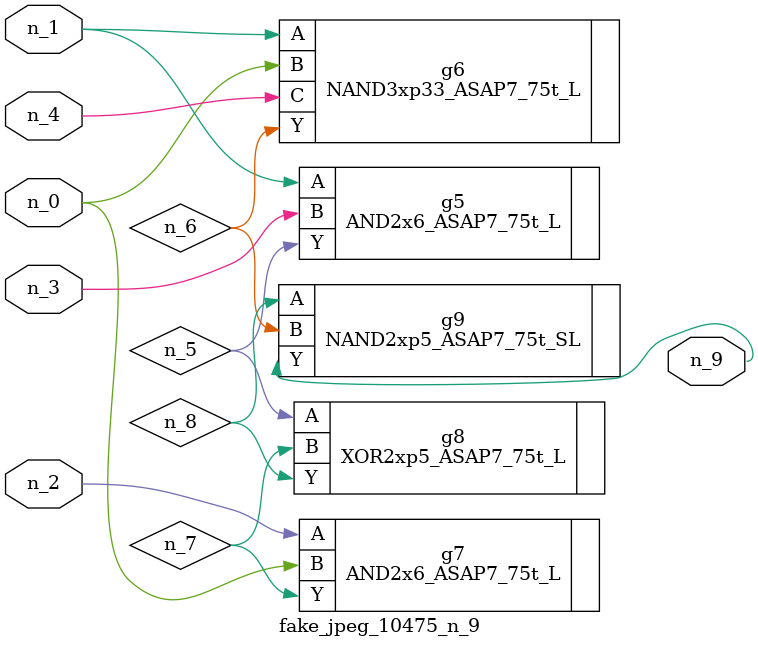
<source format=v>
module fake_jpeg_10475_n_9 (n_3, n_2, n_1, n_0, n_4, n_9);

input n_3;
input n_2;
input n_1;
input n_0;
input n_4;

output n_9;

wire n_8;
wire n_6;
wire n_5;
wire n_7;

AND2x6_ASAP7_75t_L g5 ( 
.A(n_1),
.B(n_3),
.Y(n_5)
);

NAND3xp33_ASAP7_75t_L g6 ( 
.A(n_1),
.B(n_0),
.C(n_4),
.Y(n_6)
);

AND2x6_ASAP7_75t_L g7 ( 
.A(n_2),
.B(n_0),
.Y(n_7)
);

XOR2xp5_ASAP7_75t_L g8 ( 
.A(n_5),
.B(n_7),
.Y(n_8)
);

NAND2xp5_ASAP7_75t_SL g9 ( 
.A(n_8),
.B(n_6),
.Y(n_9)
);


endmodule
</source>
